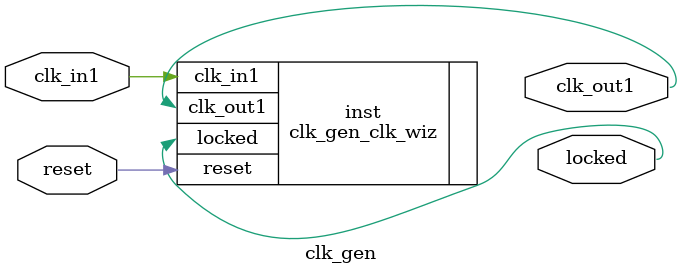
<source format=v>


`timescale 1ps/1ps

(* CORE_GENERATION_INFO = "clk_gen,clk_wiz_v6_0_8_0_0,{component_name=clk_gen,use_phase_alignment=true,use_min_o_jitter=false,use_max_i_jitter=false,use_dyn_phase_shift=false,use_inclk_switchover=false,use_dyn_reconfig=false,enable_axi=0,feedback_source=FDBK_AUTO,PRIMITIVE=MMCM,num_out_clk=1,clkin1_period=81.380,clkin2_period=10.0,use_power_down=false,use_reset=true,use_locked=true,use_inclk_stopped=false,feedback_type=SINGLE,CLOCK_MGR_TYPE=NA,manual_override=false}" *)

module clk_gen 
 (
  // Clock out ports
  output        clk_out1,
  // Status and control signals
  input         reset,
  output        locked,
 // Clock in ports
  input         clk_in1
 );

  clk_gen_clk_wiz inst
  (
  // Clock out ports  
  .clk_out1(clk_out1),
  // Status and control signals               
  .reset(reset), 
  .locked(locked),
 // Clock in ports
  .clk_in1(clk_in1)
  );

endmodule

</source>
